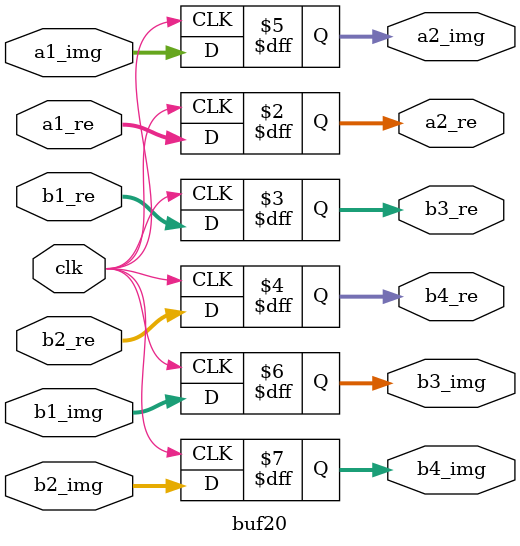
<source format=v>
`timescale 1ns / 1ps
module buf20(
    input [31:0] a1_re,
    input [31:0] b1_re,
	 input [31:0] b2_re,
    input [31:0] a1_img,
    input [31:0] b1_img,
	 input [31:0] b2_img,
    output reg [31:0] a2_re,
    output reg [31:0] b3_re,
	 output reg [31:0] b4_re,
    output reg [31:0] a2_img,
    output reg [31:0] b3_img,
	 output reg [31:0] b4_img,
    input clk
    );
always @(posedge clk) begin
a2_re<=a1_re;
a2_img<=a1_img;
b3_re<=b1_re;
b3_img<=b1_img;
b4_re<=b2_re;
b4_img<=b2_img;
end

endmodule

</source>
